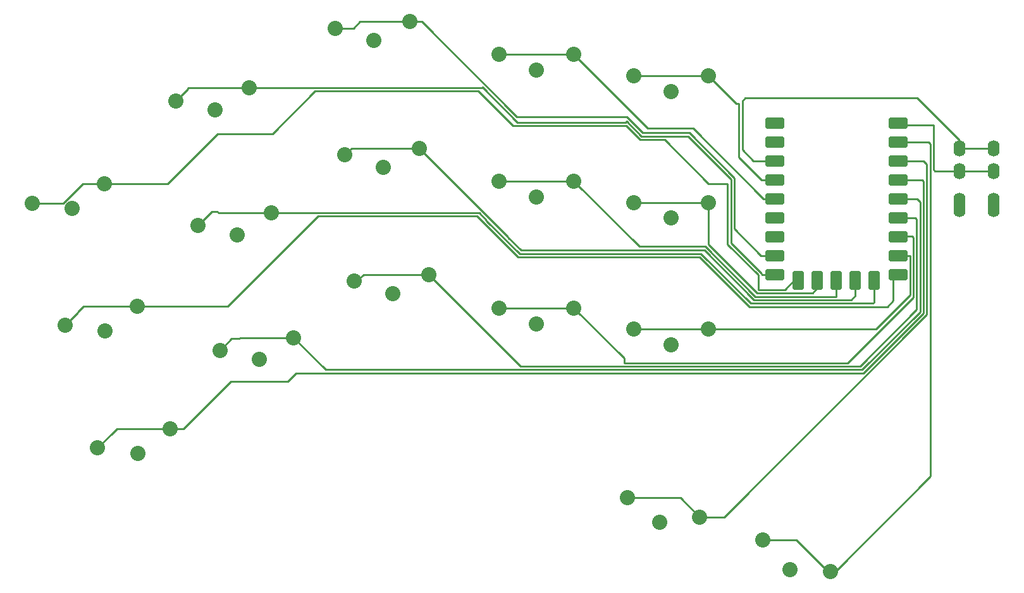
<source format=gbr>
%TF.GenerationSoftware,KiCad,Pcbnew,7.0.8-7.0.8~ubuntu23.04.1*%
%TF.CreationDate,2023-10-06T20:00:31+03:00*%
%TF.ProjectId,joyride,6a6f7972-6964-4652-9e6b-696361645f70,v1.0.0*%
%TF.SameCoordinates,Original*%
%TF.FileFunction,Copper,L1,Top*%
%TF.FilePolarity,Positive*%
%FSLAX46Y46*%
G04 Gerber Fmt 4.6, Leading zero omitted, Abs format (unit mm)*
G04 Created by KiCad (PCBNEW 7.0.8-7.0.8~ubuntu23.04.1) date 2023-10-06 20:00:31*
%MOMM*%
%LPD*%
G01*
G04 APERTURE LIST*
G04 Aperture macros list*
%AMRoundRect*
0 Rectangle with rounded corners*
0 $1 Rounding radius*
0 $2 $3 $4 $5 $6 $7 $8 $9 X,Y pos of 4 corners*
0 Add a 4 corners polygon primitive as box body*
4,1,4,$2,$3,$4,$5,$6,$7,$8,$9,$2,$3,0*
0 Add four circle primitives for the rounded corners*
1,1,$1+$1,$2,$3*
1,1,$1+$1,$4,$5*
1,1,$1+$1,$6,$7*
1,1,$1+$1,$8,$9*
0 Add four rect primitives between the rounded corners*
20,1,$1+$1,$2,$3,$4,$5,0*
20,1,$1+$1,$4,$5,$6,$7,0*
20,1,$1+$1,$6,$7,$8,$9,0*
20,1,$1+$1,$8,$9,$2,$3,0*%
G04 Aperture macros list end*
%TA.AperFunction,ComponentPad*%
%ADD10C,2.032000*%
%TD*%
%TA.AperFunction,ComponentPad*%
%ADD11RoundRect,0.400050X-0.899950X-0.400050X0.899950X-0.400050X0.899950X0.400050X-0.899950X0.400050X0*%
%TD*%
%TA.AperFunction,ComponentPad*%
%ADD12RoundRect,0.393700X-0.393700X-0.906300X0.393700X-0.906300X0.393700X0.906300X-0.393700X0.906300X0*%
%TD*%
%TA.AperFunction,ComponentPad*%
%ADD13RoundRect,0.400000X-0.400000X-0.900000X0.400000X-0.900000X0.400000X0.900000X-0.400000X0.900000X0*%
%TD*%
%TA.AperFunction,ComponentPad*%
%ADD14RoundRect,0.400000X-0.900000X-0.400000X0.900000X-0.400000X0.900000X0.400000X-0.900000X0.400000X0*%
%TD*%
%TA.AperFunction,ComponentPad*%
%ADD15O,1.600000X2.200000*%
%TD*%
%TA.AperFunction,Conductor*%
%ADD16C,0.250000*%
%TD*%
G04 APERTURE END LIST*
D10*
%TO.P,S1,1*%
%TO.N,GP3*%
X91753959Y-105543874D03*
%TO.P,S1,2*%
%TO.N,GND*%
X97127108Y-106278223D03*
%TO.P,S1,1*%
%TO.N,GP3*%
X101413218Y-102955684D03*
%TO.P,S1,2*%
%TO.N,GND*%
X97127108Y-106278223D03*
%TD*%
%TO.P,S2,1*%
%TO.N,GP8*%
X87354035Y-89123135D03*
%TO.P,S2,2*%
%TO.N,GND*%
X92727184Y-89857484D03*
%TO.P,S2,1*%
%TO.N,GP8*%
X97013294Y-86534945D03*
%TO.P,S2,2*%
%TO.N,GND*%
X92727184Y-89857484D03*
%TD*%
%TO.P,S3,1*%
%TO.N,GP13*%
X82954112Y-72702396D03*
%TO.P,S3,2*%
%TO.N,GND*%
X88327261Y-73436745D03*
%TO.P,S3,1*%
%TO.N,GP13*%
X92613371Y-70114206D03*
%TO.P,S3,2*%
%TO.N,GND*%
X88327261Y-73436745D03*
%TD*%
%TO.P,S4,1*%
%TO.N,GP4*%
X108099918Y-92482629D03*
%TO.P,S4,2*%
%TO.N,GND*%
X113388618Y-93682485D03*
%TO.P,S4,1*%
%TO.N,GP4*%
X117947996Y-90746148D03*
%TO.P,S4,2*%
%TO.N,GND*%
X113388618Y-93682485D03*
%TD*%
%TO.P,S5,1*%
%TO.N,GP9*%
X105147898Y-75740897D03*
%TO.P,S5,2*%
%TO.N,GND*%
X110436598Y-76940753D03*
%TO.P,S5,1*%
%TO.N,GP9*%
X114995976Y-74004416D03*
%TO.P,S5,2*%
%TO.N,GND*%
X110436598Y-76940753D03*
%TD*%
%TO.P,S6,1*%
%TO.N,GP14*%
X102195879Y-58999165D03*
%TO.P,S6,2*%
%TO.N,GND*%
X107484579Y-60199021D03*
%TO.P,S6,1*%
%TO.N,GP14*%
X112043957Y-57262684D03*
%TO.P,S6,2*%
%TO.N,GND*%
X107484579Y-60199021D03*
%TD*%
%TO.P,S7,1*%
%TO.N,GP5*%
X126126455Y-83176184D03*
%TO.P,S7,2*%
%TO.N,GND*%
X131290456Y-84832414D03*
%TO.P,S7,1*%
%TO.N,GP5*%
X136088402Y-82304626D03*
%TO.P,S7,2*%
%TO.N,GND*%
X131290456Y-84832414D03*
%TD*%
%TO.P,S8,1*%
%TO.N,GP10*%
X124844046Y-66223443D03*
%TO.P,S8,2*%
%TO.N,GND*%
X130008047Y-67879673D03*
%TO.P,S8,1*%
%TO.N,GP10*%
X134805993Y-65351885D03*
%TO.P,S8,2*%
%TO.N,GND*%
X130008047Y-67879673D03*
%TD*%
%TO.P,S9,1*%
%TO.N,GP15*%
X123561638Y-49270702D03*
%TO.P,S9,2*%
%TO.N,GND*%
X128725639Y-50926932D03*
%TO.P,S9,1*%
%TO.N,GP15*%
X133523585Y-48399144D03*
%TO.P,S9,2*%
%TO.N,GND*%
X128725639Y-50926932D03*
%TD*%
%TO.P,S10,1*%
%TO.N,GP6*%
X145484033Y-86783906D03*
%TO.P,S10,2*%
%TO.N,GND*%
X150484033Y-88883906D03*
%TO.P,S10,1*%
%TO.N,GP6*%
X155484033Y-86783906D03*
%TO.P,S10,2*%
%TO.N,GND*%
X150484033Y-88883906D03*
%TD*%
%TO.P,S11,1*%
%TO.N,GP11*%
X145484033Y-69783906D03*
%TO.P,S11,2*%
%TO.N,GND*%
X150484033Y-71883906D03*
%TO.P,S11,1*%
%TO.N,GP11*%
X155484033Y-69783906D03*
%TO.P,S11,2*%
%TO.N,GND*%
X150484033Y-71883906D03*
%TD*%
%TO.P,S12,1*%
%TO.N,GP28*%
X145484033Y-52783906D03*
%TO.P,S12,2*%
%TO.N,GND*%
X150484033Y-54883906D03*
%TO.P,S12,1*%
%TO.N,GP28*%
X155484033Y-52783906D03*
%TO.P,S12,2*%
%TO.N,GND*%
X150484033Y-54883906D03*
%TD*%
%TO.P,S13,1*%
%TO.N,GP7*%
X163484033Y-89617239D03*
%TO.P,S13,2*%
%TO.N,GND*%
X168484033Y-91717239D03*
%TO.P,S13,1*%
%TO.N,GP7*%
X173484033Y-89617239D03*
%TO.P,S13,2*%
%TO.N,GND*%
X168484033Y-91717239D03*
%TD*%
%TO.P,S14,1*%
%TO.N,GP12*%
X163484033Y-72617239D03*
%TO.P,S14,2*%
%TO.N,GND*%
X168484033Y-74717239D03*
%TO.P,S14,1*%
%TO.N,GP12*%
X173484033Y-72617239D03*
%TO.P,S14,2*%
%TO.N,GND*%
X168484033Y-74717239D03*
%TD*%
%TO.P,S15,1*%
%TO.N,GP29*%
X163484033Y-55617239D03*
%TO.P,S15,2*%
%TO.N,GND*%
X168484033Y-57717239D03*
%TO.P,S15,1*%
%TO.N,GP29*%
X173484033Y-55617239D03*
%TO.P,S15,2*%
%TO.N,GND*%
X168484033Y-57717239D03*
%TD*%
%TO.P,S16,1*%
%TO.N,GP2*%
X162670891Y-112193662D03*
%TO.P,S16,2*%
%TO.N,GND*%
X166957001Y-115516201D03*
%TO.P,S16,1*%
%TO.N,GP2*%
X172330150Y-114781852D03*
%TO.P,S16,2*%
%TO.N,GND*%
X166957001Y-115516201D03*
%TD*%
%TO.P,S17,1*%
%TO.N,GP1*%
X180752740Y-117847424D03*
%TO.P,S17,2*%
%TO.N,GND*%
X184396780Y-121863762D03*
%TO.P,S17,1*%
%TO.N,GP1*%
X189815818Y-122073607D03*
%TO.P,S17,2*%
%TO.N,GND*%
X184396780Y-121863762D03*
%TD*%
D11*
%TO.P,RP2040Zero1,23*%
%TO.N,GP29*%
X182424033Y-69577239D03*
%TO.P,RP2040Zero1,22*%
%TO.N,GP28*%
X182424033Y-72117239D03*
%TO.P,RP2040Zero1,21*%
%TO.N,P3V3*%
X182424033Y-67037239D03*
%TO.P,RP2040Zero1,20*%
%TO.N,GND*%
X182424033Y-64497239D03*
%TO.P,RP2040Zero1,19*%
%TO.N,P5V*%
X182424033Y-61957239D03*
%TO.P,RP2040Zero1,18*%
%TO.N,GP27*%
X182424033Y-74657239D03*
%TO.P,RP2040Zero1,17*%
%TO.N,GP26*%
X182424033Y-77197239D03*
%TO.P,RP2040Zero1,16*%
%TO.N,GP15*%
X182424033Y-79737239D03*
%TO.P,RP2040Zero1,15*%
%TO.N,GP14*%
X182424033Y-82277239D03*
D12*
%TO.P,RP2040Zero1,14*%
%TO.N,GP13*%
X185564033Y-83087239D03*
%TO.P,RP2040Zero1,13*%
%TO.N,GP12*%
X188104033Y-83087239D03*
%TO.P,RP2040Zero1,12*%
%TO.N,GP11*%
X190644033Y-83087239D03*
%TO.P,RP2040Zero1,11*%
%TO.N,GP10*%
X193184033Y-83087239D03*
D13*
%TO.P,RP2040Zero1,10*%
%TO.N,GP9*%
X195724033Y-83087239D03*
D11*
%TO.P,RP2040Zero1,9*%
%TO.N,GP8*%
X198864033Y-82277239D03*
%TO.P,RP2040Zero1,8*%
%TO.N,GP7*%
X198864033Y-79737239D03*
%TO.P,RP2040Zero1,7*%
%TO.N,GP6*%
X198864033Y-77197239D03*
%TO.P,RP2040Zero1,6*%
%TO.N,GP5*%
X198864033Y-74657239D03*
D14*
%TO.P,RP2040Zero1,5*%
%TO.N,GP4*%
X198864033Y-72117239D03*
%TO.P,RP2040Zero1,4*%
%TO.N,GP3*%
X198864033Y-69577239D03*
%TO.P,RP2040Zero1,3*%
%TO.N,GP2*%
X198864033Y-67037239D03*
%TO.P,RP2040Zero1,2*%
%TO.N,GP1*%
X198864033Y-64497239D03*
%TO.P,RP2040Zero1,1*%
%TO.N,GP0*%
X198864033Y-61957239D03*
D11*
%TO.P,RP2040Zero1,23*%
%TO.N,GP29*%
X182424033Y-69577239D03*
%TO.P,RP2040Zero1,22*%
%TO.N,GP28*%
X182424033Y-72117239D03*
%TO.P,RP2040Zero1,21*%
%TO.N,P3V3*%
X182424033Y-67037239D03*
%TO.P,RP2040Zero1,20*%
%TO.N,GND*%
X182424033Y-64497239D03*
%TO.P,RP2040Zero1,19*%
%TO.N,P5V*%
X182424033Y-61957239D03*
%TO.P,RP2040Zero1,18*%
%TO.N,GP27*%
X182424033Y-74657239D03*
%TO.P,RP2040Zero1,17*%
%TO.N,GP26*%
X182424033Y-77197239D03*
%TO.P,RP2040Zero1,16*%
%TO.N,GP15*%
X182424033Y-79737239D03*
%TO.P,RP2040Zero1,15*%
%TO.N,GP14*%
X182424033Y-82277239D03*
D12*
%TO.P,RP2040Zero1,14*%
%TO.N,GP13*%
X185564033Y-83087239D03*
%TO.P,RP2040Zero1,13*%
%TO.N,GP12*%
X188104033Y-83087239D03*
%TO.P,RP2040Zero1,12*%
%TO.N,GP11*%
X190644033Y-83087239D03*
%TO.P,RP2040Zero1,11*%
%TO.N,GP10*%
X193184033Y-83087239D03*
D13*
%TO.P,RP2040Zero1,10*%
%TO.N,GP9*%
X195724033Y-83087239D03*
D11*
%TO.P,RP2040Zero1,9*%
%TO.N,GP8*%
X198864033Y-82277239D03*
%TO.P,RP2040Zero1,8*%
%TO.N,GP7*%
X198864033Y-79737239D03*
%TO.P,RP2040Zero1,7*%
%TO.N,GP6*%
X198864033Y-77197239D03*
%TO.P,RP2040Zero1,6*%
%TO.N,GP5*%
X198864033Y-74657239D03*
D14*
%TO.P,RP2040Zero1,5*%
%TO.N,GP4*%
X198864033Y-72117239D03*
%TO.P,RP2040Zero1,4*%
%TO.N,GP3*%
X198864033Y-69577239D03*
%TO.P,RP2040Zero1,3*%
%TO.N,GP2*%
X198864033Y-67037239D03*
%TO.P,RP2040Zero1,2*%
%TO.N,GP1*%
X198864033Y-64497239D03*
%TO.P,RP2040Zero1,1*%
%TO.N,GP0*%
X198864033Y-61957239D03*
%TD*%
D15*
%TO.P,TRRS1,1*%
%TO.N,GND*%
X211680000Y-73490000D03*
%TO.P,TRRS1,2*%
X207080000Y-72390000D03*
%TO.P,TRRS1,3*%
%TO.N,GP0*%
X207080000Y-68390000D03*
%TO.P,TRRS1,4*%
%TO.N,P3V3*%
X207080000Y-65390000D03*
%TO.P,TRRS1,1*%
%TO.N,GND*%
X207080000Y-73490000D03*
%TO.P,TRRS1,2*%
X211680000Y-72390000D03*
%TO.P,TRRS1,3*%
%TO.N,GP0*%
X211680000Y-68390000D03*
%TO.P,TRRS1,4*%
%TO.N,P3V3*%
X211680000Y-65390000D03*
%TD*%
D16*
%TO.N,P3V3*%
X207080000Y-65390000D02*
X207080000Y-64290000D01*
X207080000Y-64290000D02*
X201400000Y-58610000D01*
X201400000Y-58610000D02*
X178430000Y-58610000D01*
X178430000Y-58610000D02*
X178050000Y-58990000D01*
X178050000Y-58990000D02*
X178050000Y-65570000D01*
X178050000Y-65570000D02*
X179517239Y-67037239D01*
X179517239Y-67037239D02*
X183024033Y-67037239D01*
%TO.N,GP3*%
X101413218Y-102955684D02*
X103234316Y-102955684D01*
X109600000Y-96590000D02*
X117220000Y-96590000D01*
X103234316Y-102955684D02*
X109600000Y-96590000D01*
X198326794Y-69640000D02*
X198264033Y-69577239D01*
X117220000Y-96590000D02*
X118320000Y-95490000D01*
X202289033Y-87467363D02*
X202289033Y-69809033D01*
X118320000Y-95490000D02*
X194266396Y-95490000D01*
X202289033Y-69809033D02*
X202120000Y-69640000D01*
X194266396Y-95490000D02*
X202289033Y-87467363D01*
X202120000Y-69640000D02*
X198326794Y-69640000D01*
%TO.N,P3V3*%
X211680000Y-65390000D02*
X207080000Y-65390000D01*
%TO.N,GP0*%
X203650000Y-68189033D02*
X203650000Y-62220000D01*
X203639033Y-68200000D02*
X203650000Y-68189033D01*
X207080000Y-68390000D02*
X203829033Y-68390000D01*
X203829033Y-68390000D02*
X203639033Y-68200000D01*
X203650000Y-62220000D02*
X198526794Y-62220000D01*
X198526794Y-62220000D02*
X198264033Y-61957239D01*
X211680000Y-68390000D02*
X207080000Y-68390000D01*
%TO.N,GP1*%
X189815818Y-122073607D02*
X190476393Y-122073607D01*
X190476393Y-122073607D02*
X203189033Y-109360967D01*
X203189033Y-109360967D02*
X203189033Y-64759033D01*
X203189033Y-64759033D02*
X202927239Y-64497239D01*
X202927239Y-64497239D02*
X198264033Y-64497239D01*
X180752740Y-117847424D02*
X185266107Y-117847424D01*
X185266107Y-117847424D02*
X189492290Y-122073607D01*
X189492290Y-122073607D02*
X189815818Y-122073607D01*
%TO.N,GP2*%
X172330150Y-114781852D02*
X175610940Y-114781852D01*
X175610940Y-114781852D02*
X202739033Y-87653759D01*
X202297239Y-67037239D02*
X198264033Y-67037239D01*
X202739033Y-87653759D02*
X202739033Y-67479033D01*
X202739033Y-67479033D02*
X202297239Y-67037239D01*
X162670891Y-112193662D02*
X169741960Y-112193662D01*
X169741960Y-112193662D02*
X172330150Y-114781852D01*
%TO.N,GP3*%
X93710000Y-103587833D02*
X93710000Y-103560000D01*
X91753959Y-105543874D02*
X93710000Y-103587833D01*
X93710000Y-103560000D02*
X94314316Y-102955684D01*
X94314316Y-102955684D02*
X101413218Y-102955684D01*
%TO.N,GP4*%
X117947996Y-90746148D02*
X122241848Y-95040000D01*
X122241848Y-95040000D02*
X194080000Y-95040000D01*
X194080000Y-95040000D02*
X201839033Y-87280967D01*
X201839033Y-87280967D02*
X201839033Y-72539033D01*
X201839033Y-72539033D02*
X201417239Y-72117239D01*
X201417239Y-72117239D02*
X198264033Y-72117239D01*
X109692547Y-90890000D02*
X110670000Y-90890000D01*
X108099918Y-92482629D02*
X109692547Y-90890000D01*
X110670000Y-90890000D02*
X110813852Y-90746148D01*
X110813852Y-90746148D02*
X117947996Y-90746148D01*
%TO.N,GP5*%
X136088402Y-82304626D02*
X148373776Y-94590000D01*
X148373776Y-94590000D02*
X193780000Y-94590000D01*
X193780000Y-94590000D02*
X201389033Y-86980967D01*
X201389033Y-86980967D02*
X201389033Y-74839033D01*
X201389033Y-74839033D02*
X201207239Y-74657239D01*
X201207239Y-74657239D02*
X198264033Y-74657239D01*
X126316184Y-83176184D02*
X126380000Y-83240000D01*
X126126455Y-83176184D02*
X126316184Y-83176184D01*
X126380000Y-83240000D02*
X127315374Y-82304626D01*
X127315374Y-82304626D02*
X136088402Y-82304626D01*
%TO.N,GP14*%
X112043957Y-57262684D02*
X143147316Y-57262684D01*
X164566802Y-63753198D02*
X170766802Y-63753198D01*
X176530000Y-78065220D02*
X180630000Y-82165220D01*
X180677239Y-82277239D02*
X183024033Y-82277239D01*
X143147316Y-57262684D02*
X143241802Y-57168198D01*
X143241802Y-57168198D02*
X147963604Y-61890000D01*
X162551802Y-61738198D02*
X164566802Y-63753198D01*
X176530000Y-69516396D02*
X176530000Y-78065220D01*
X147963604Y-61890000D02*
X162400000Y-61890000D01*
X162400000Y-61890000D02*
X162551802Y-61738198D01*
X170766802Y-63753198D02*
X176530000Y-69516396D01*
X180630000Y-82165220D02*
X180630000Y-82230000D01*
X180630000Y-82230000D02*
X180677239Y-82277239D01*
%TO.N,GP9*%
X114995976Y-74004416D02*
X142822128Y-74004416D01*
X142822128Y-74004416D02*
X143808856Y-74991144D01*
X143808856Y-74991144D02*
X143808856Y-75075252D01*
X148233198Y-79499594D02*
X172500406Y-79499594D01*
X143808856Y-75075252D02*
X148233198Y-79499594D01*
X172500406Y-79499594D02*
X179140812Y-86140000D01*
X179140812Y-86140000D02*
X195560000Y-86140000D01*
X195724033Y-85975967D02*
X195724033Y-82487239D01*
X195560000Y-86140000D02*
X195724033Y-85975967D01*
%TO.N,GP8*%
X97013294Y-86534945D02*
X109179471Y-86534945D01*
X109179471Y-86534945D02*
X121260000Y-74454416D01*
X121260000Y-74454416D02*
X142551624Y-74454416D01*
X142551624Y-74454416D02*
X148046802Y-79949594D01*
X148046802Y-79949594D02*
X172314010Y-79949594D01*
X172314010Y-79949594D02*
X178974416Y-86610000D01*
X178974416Y-86610000D02*
X197440000Y-86610000D01*
X197440000Y-86610000D02*
X198264033Y-85785967D01*
X198264033Y-85785967D02*
X198264033Y-82277239D01*
%TO.N,GP7*%
X173484033Y-89617239D02*
X195932761Y-89617239D01*
X195932761Y-89617239D02*
X200489033Y-85060967D01*
X200489033Y-85060967D02*
X200489033Y-79737239D01*
X200489033Y-79737239D02*
X198264033Y-79737239D01*
%TO.N,GP6*%
X155484033Y-86783906D02*
X162220000Y-93519873D01*
X162220000Y-93519873D02*
X162220000Y-94140000D01*
X162220000Y-94140000D02*
X192150000Y-94140000D01*
X192150000Y-94140000D02*
X200939033Y-85350967D01*
X200939033Y-85350967D02*
X200939033Y-77329033D01*
X200939033Y-77329033D02*
X200760000Y-77150000D01*
X198642443Y-77197239D02*
X198264033Y-77197239D01*
X200760000Y-77150000D02*
X198689682Y-77150000D01*
X198689682Y-77150000D02*
X198642443Y-77197239D01*
X145484033Y-86783906D02*
X155484033Y-86783906D01*
%TO.N,GP7*%
X163484033Y-89617239D02*
X173484033Y-89617239D01*
%TO.N,GP8*%
X89100000Y-87377170D02*
X89100000Y-87300000D01*
X87354035Y-89123135D02*
X89100000Y-87377170D01*
X89100000Y-87300000D02*
X89865055Y-86534945D01*
X89865055Y-86534945D02*
X97013294Y-86534945D01*
%TO.N,GP9*%
X107028795Y-73860000D02*
X107780000Y-73860000D01*
X105147898Y-75740897D02*
X107028795Y-73860000D01*
X107780000Y-73860000D02*
X107924416Y-74004416D01*
X107924416Y-74004416D02*
X114995976Y-74004416D01*
%TO.N,GP10*%
X148419594Y-79049594D02*
X172980406Y-79049594D01*
X146680000Y-77310000D02*
X148419594Y-79049594D01*
X134805993Y-65351885D02*
X146680000Y-77225892D01*
X146680000Y-77225892D02*
X146680000Y-77310000D01*
X172980406Y-79049594D02*
X179620812Y-85690000D01*
X179620812Y-85690000D02*
X192610000Y-85690000D01*
X192610000Y-85690000D02*
X193184033Y-85115967D01*
X193184033Y-85115967D02*
X193184033Y-82487239D01*
X125707489Y-65360000D02*
X126540000Y-65360000D01*
X124844046Y-66223443D02*
X125707489Y-65360000D01*
X126540000Y-65360000D02*
X126548115Y-65351885D01*
X126548115Y-65351885D02*
X134805993Y-65351885D01*
%TO.N,GP11*%
X155484033Y-69783906D02*
X164230127Y-78530000D01*
X164230127Y-78530000D02*
X173097208Y-78530000D01*
X173097208Y-78530000D02*
X179807208Y-85240000D01*
X179807208Y-85240000D02*
X190601633Y-85240000D01*
X190601633Y-85240000D02*
X190644033Y-85197600D01*
X190644033Y-85197600D02*
X190644033Y-82487239D01*
X145484033Y-69783906D02*
X155484033Y-69783906D01*
%TO.N,GP12*%
X173484033Y-72617239D02*
X173484033Y-78280429D01*
X173484033Y-78280429D02*
X179993604Y-84790000D01*
X179993604Y-84790000D02*
X187440000Y-84790000D01*
X187440000Y-84790000D02*
X188104033Y-84125967D01*
X188104033Y-84125967D02*
X188104033Y-82487239D01*
X163484033Y-72617239D02*
X173484033Y-72617239D01*
%TO.N,GP13*%
X92613371Y-70114206D02*
X101095794Y-70114206D01*
X101095794Y-70114206D02*
X107780000Y-63430000D01*
X115140000Y-63430000D02*
X120857316Y-57712684D01*
X107780000Y-63430000D02*
X115140000Y-63430000D01*
X120857316Y-57712684D02*
X142680000Y-57712684D01*
X142680000Y-57712684D02*
X147317316Y-62350000D01*
X147317316Y-62350000D02*
X162527208Y-62350000D01*
X162527208Y-62350000D02*
X164380406Y-64203198D01*
X167636308Y-64203198D02*
X173513110Y-70080000D01*
X164380406Y-64203198D02*
X167636308Y-64203198D01*
X173513110Y-70080000D02*
X176080000Y-70080000D01*
X176080000Y-70080000D02*
X176080000Y-78251616D01*
X176080000Y-78251616D02*
X180180000Y-82351616D01*
X180180000Y-82351616D02*
X180180000Y-84340000D01*
X180180000Y-84340000D02*
X183711272Y-84340000D01*
X183711272Y-84340000D02*
X185564033Y-82487239D01*
%TO.N,GP14*%
X103790000Y-57405044D02*
X103790000Y-57240000D01*
X102195879Y-58999165D02*
X103790000Y-57405044D01*
X103790000Y-57240000D02*
X103812684Y-57262684D01*
X103812684Y-57262684D02*
X112043957Y-57262684D01*
%TO.N,GP15*%
X133523585Y-48399144D02*
X135109144Y-48399144D01*
X135109144Y-48399144D02*
X147820000Y-61110000D01*
X180567239Y-79737239D02*
X183024033Y-79737239D01*
X147820000Y-61110000D02*
X162560000Y-61110000D01*
X162560000Y-61110000D02*
X164730000Y-63280000D01*
X164730000Y-63280000D02*
X170930000Y-63280000D01*
X170930000Y-63280000D02*
X176980000Y-69330000D01*
X176980000Y-69330000D02*
X176980000Y-76150000D01*
X176980000Y-76150000D02*
X180567239Y-79737239D01*
X123561638Y-49270702D02*
X126019298Y-49270702D01*
X126019298Y-49270702D02*
X126890856Y-48399144D01*
X126890856Y-48399144D02*
X133523585Y-48399144D01*
%TO.N,GP28*%
X145484033Y-52783906D02*
X155484033Y-52783906D01*
X155484033Y-52783906D02*
X165400127Y-62700000D01*
X165400127Y-62700000D02*
X171457794Y-62700000D01*
X171457794Y-62700000D02*
X180875033Y-72117239D01*
X180875033Y-72117239D02*
X183024033Y-72117239D01*
%TO.N,GP29*%
X177266794Y-59400000D02*
X177600000Y-59400000D01*
X173484033Y-55617239D02*
X177266794Y-59400000D01*
X177600000Y-59400000D02*
X177600000Y-66540000D01*
X177600000Y-66540000D02*
X180637239Y-69577239D01*
X180637239Y-69577239D02*
X183024033Y-69577239D01*
X163484033Y-55617239D02*
X173484033Y-55617239D01*
%TO.N,GP13*%
X82954112Y-72702396D02*
X87165150Y-72702396D01*
X87165150Y-72702396D02*
X89753340Y-70114206D01*
X89753340Y-70114206D02*
X92613371Y-70114206D01*
%TD*%
M02*

</source>
